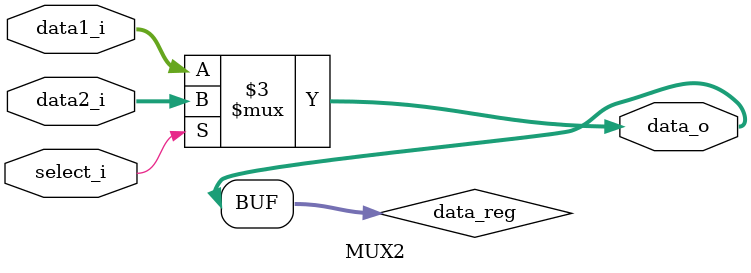
<source format=v>
module MUX2
(
    data1_i,
    data2_i,
    select_i,
    data_o
);

input[31:0] data1_i;
input[31:0] data2_i;
input select_i;
output[31:0] data_o;

reg[31:0] data_reg;

always@(*)
begin
    if (select_i) begin
        data_reg = data2_i;
    end
    else begin
        data_reg = data1_i;
    end
end
assign data_o = data_reg;

endmodule
</source>
